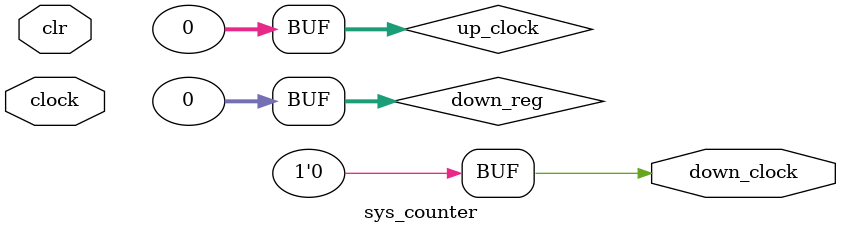
<source format=v>
module midi_monitor(input midi_data, clock, output reg busy_reading, output [23:0] midi_bytes);
    wire midi_clock, clr;
    reg [29:0] midi_message;
    reg [23:0] midi_bytes_reg;
    reg [4:0] bit_num;

    sys_counter #(16000) midi_down(clock, clr, midi_clock);

    initial begin
        busy_reading = 0;
        midi_message = 0;
        bit_num = 29;
        midi_bytes_reg = 0;
    end

    always @(negedge midi_data) begin
        if(!busy_reading) begin bit_num = 29; busy_reading = ~busy_reading; end
    end

    always @(posedge midi_clock)begin
        if(busy_reading)begin
        midi_message[bit_num] = midi_data;
        busy_reading = (bit_num == 0);
        bit_num = bit_num-1;
        end
    end

    always @(negedge busy_reading)begin
       midi_bytes_reg = {midi_message[28:21],midi_message[18:11],midi_message[8:1]};
    end

    assign midi_bytes = midi_bytes_reg;
endmodule

module sys_counter #(parameter COUNT = 4)(input clock, clr, output down_clock);
    reg [31:0] up_clock;
    reg [31:0] down_reg;
    assign down_clock = down_reg;
    initial begin up_clock = 0; down_reg = 0; end
    always @(posedge clock) begin
        up_clock = up_clock + 1;
        down_reg = 1'b0;
        if (up_clock == COUNT) begin
            down_reg = 1'b1;
            up_clock = 0;
        end
    end
    always @(clr) begin up_clock = 0; down_reg = 0; end
endmodule
</source>
